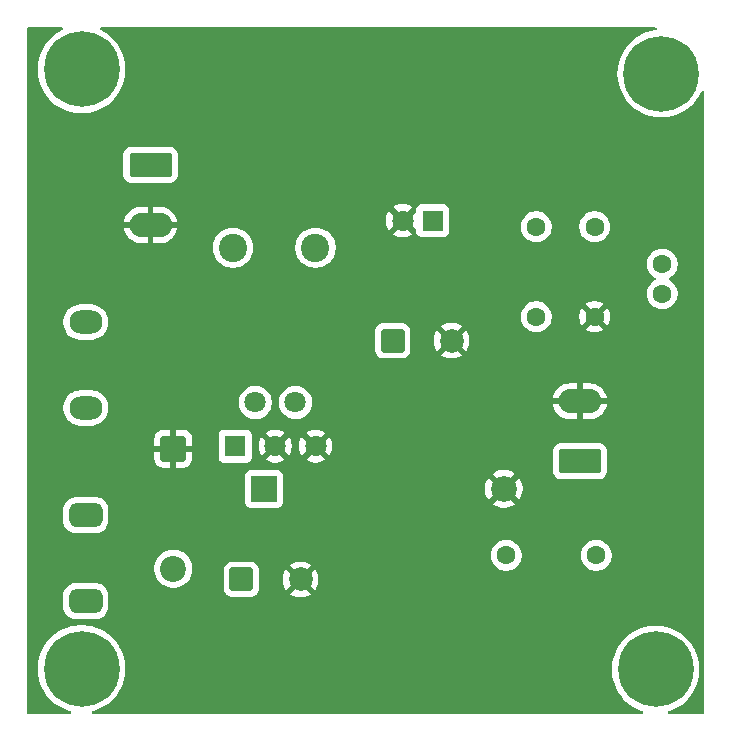
<source format=gbr>
%TF.GenerationSoftware,KiCad,Pcbnew,9.0.4*%
%TF.CreationDate,2025-10-25T17:12:59+05:30*%
%TF.ProjectId,Buck,4275636b-2e6b-4696-9361-645f70636258,rev?*%
%TF.SameCoordinates,Original*%
%TF.FileFunction,Copper,L2,Bot*%
%TF.FilePolarity,Positive*%
%FSLAX46Y46*%
G04 Gerber Fmt 4.6, Leading zero omitted, Abs format (unit mm)*
G04 Created by KiCad (PCBNEW 9.0.4) date 2025-10-25 17:12:59*
%MOMM*%
%LPD*%
G01*
G04 APERTURE LIST*
G04 Aperture macros list*
%AMRoundRect*
0 Rectangle with rounded corners*
0 $1 Rounding radius*
0 $2 $3 $4 $5 $6 $7 $8 $9 X,Y pos of 4 corners*
0 Add a 4 corners polygon primitive as box body*
4,1,4,$2,$3,$4,$5,$6,$7,$8,$9,$2,$3,0*
0 Add four circle primitives for the rounded corners*
1,1,$1+$1,$2,$3*
1,1,$1+$1,$4,$5*
1,1,$1+$1,$6,$7*
1,1,$1+$1,$8,$9*
0 Add four rect primitives between the rounded corners*
20,1,$1+$1,$2,$3,$4,$5,0*
20,1,$1+$1,$4,$5,$6,$7,0*
20,1,$1+$1,$6,$7,$8,$9,0*
20,1,$1+$1,$8,$9,$2,$3,0*%
G04 Aperture macros list end*
%TA.AperFunction,ComponentPad*%
%ADD10RoundRect,0.250000X-0.750000X-0.750000X0.750000X-0.750000X0.750000X0.750000X-0.750000X0.750000X0*%
%TD*%
%TA.AperFunction,ComponentPad*%
%ADD11C,2.000000*%
%TD*%
%TA.AperFunction,ComponentPad*%
%ADD12R,2.184400X2.184400*%
%TD*%
%TA.AperFunction,ComponentPad*%
%ADD13C,2.184400*%
%TD*%
%TA.AperFunction,ComponentPad*%
%ADD14RoundRect,0.249999X-0.850001X0.850001X-0.850001X-0.850001X0.850001X-0.850001X0.850001X0.850001X0*%
%TD*%
%TA.AperFunction,ComponentPad*%
%ADD15C,2.200000*%
%TD*%
%TA.AperFunction,ComponentPad*%
%ADD16R,1.800000X1.800000*%
%TD*%
%TA.AperFunction,ComponentPad*%
%ADD17C,1.800000*%
%TD*%
%TA.AperFunction,ComponentPad*%
%ADD18RoundRect,0.249999X-1.550001X0.790001X-1.550001X-0.790001X1.550001X-0.790001X1.550001X0.790001X0*%
%TD*%
%TA.AperFunction,ComponentPad*%
%ADD19O,3.600000X2.080000*%
%TD*%
%TA.AperFunction,ComponentPad*%
%ADD20RoundRect,0.249999X1.550001X-0.790001X1.550001X0.790001X-1.550001X0.790001X-1.550001X-0.790001X0*%
%TD*%
%TA.AperFunction,ComponentPad*%
%ADD21C,1.600000*%
%TD*%
%TA.AperFunction,ComponentPad*%
%ADD22C,2.400000*%
%TD*%
%TA.AperFunction,ComponentPad*%
%ADD23C,6.400000*%
%TD*%
%TA.AperFunction,ComponentPad*%
%ADD24RoundRect,0.500000X0.900000X-0.500000X0.900000X0.500000X-0.900000X0.500000X-0.900000X-0.500000X0*%
%TD*%
%TA.AperFunction,ComponentPad*%
%ADD25O,2.800000X2.000000*%
%TD*%
G04 APERTURE END LIST*
D10*
%TO.P,C1,1*%
%TO.N,Net-(D1-A)*%
X166043600Y-97332800D03*
D11*
%TO.P,C1,2*%
%TO.N,GND*%
X171043600Y-97332800D03*
%TD*%
D10*
%TO.P,C3,1*%
%TO.N,Net-(D2-K)*%
X178835923Y-77114400D03*
D11*
%TO.P,C3,2*%
%TO.N,GND*%
X183835923Y-77114400D03*
%TD*%
D12*
%TO.P,CR1,1*%
%TO.N,Net-(U1-OUT)*%
X167932100Y-89662000D03*
D13*
%TO.P,CR1,2*%
%TO.N,GND*%
X188252100Y-89662000D03*
%TD*%
D14*
%TO.P,D1,1,K*%
%TO.N,GND*%
X160274000Y-86258400D03*
D15*
%TO.P,D1,2,A*%
%TO.N,Net-(D1-A)*%
X160274000Y-96418400D03*
%TD*%
D16*
%TO.P,D2,1,K*%
%TO.N,Net-(D2-K)*%
X182224600Y-66954400D03*
D17*
%TO.P,D2,2,A*%
%TO.N,GND*%
X179684600Y-66954400D03*
%TD*%
D18*
%TO.P,J1,1,Pin_1*%
%TO.N,Net-(J1-Pin_1)*%
X158343600Y-62230000D03*
D19*
%TO.P,J1,2,Pin_2*%
%TO.N,GND*%
X158343600Y-67310000D03*
%TD*%
D20*
%TO.P,J2,1,Pin_1*%
%TO.N,Net-(D2-K)*%
X194698100Y-87330200D03*
D19*
%TO.P,J2,2,Pin_2*%
%TO.N,GND*%
X194698100Y-82250200D03*
%TD*%
D21*
%TO.P,R1,1*%
%TO.N,GND*%
X195935600Y-75082400D03*
%TO.P,R1,2*%
%TO.N,Net-(U1-FB)*%
X195935600Y-67462400D03*
%TD*%
D16*
%TO.P,U1,1,VIN*%
%TO.N,Net-(D1-A)*%
X165512000Y-86046800D03*
D17*
%TO.P,U1,2,OUT*%
%TO.N,Net-(U1-OUT)*%
X167212000Y-82346800D03*
%TO.P,U1,3,GND*%
%TO.N,GND*%
X168912000Y-86046800D03*
%TO.P,U1,4,FB*%
%TO.N,Net-(U1-FB)*%
X170612000Y-82346800D03*
%TO.P,U1,5,~{ON}/OFF*%
%TO.N,GND*%
X172312000Y-86046800D03*
%TD*%
D22*
%TO.P,L1,1*%
%TO.N,Net-(U1-OUT)*%
X165308400Y-69240400D03*
%TO.P,L1,2*%
%TO.N,Net-(D2-K)*%
X172308400Y-69240400D03*
%TD*%
D23*
%TO.P,REF\u002A\u002A,1*%
%TO.N,N/C*%
X152501600Y-104902000D03*
%TD*%
%TO.P,REF\u002A\u002A,1*%
%TO.N,N/C*%
X201574400Y-54508400D03*
%TD*%
D21*
%TO.P,R3,1*%
%TO.N,Net-(D2-K)*%
X196088000Y-95300800D03*
%TO.P,R3,2*%
X188468000Y-95300800D03*
%TD*%
D23*
%TO.P,REF\u002A\u002A,1*%
%TO.N,N/C*%
X152501600Y-54152800D03*
%TD*%
%TO.P,REF\u002A\u002A,1*%
%TO.N,N/C*%
X201117200Y-104952800D03*
%TD*%
D21*
%TO.P,C2,1*%
%TO.N,Net-(U1-FB)*%
X201676000Y-70632000D03*
%TO.P,C2,2*%
%TO.N,Net-(D2-K)*%
X201676000Y-73132000D03*
%TD*%
D24*
%TO.P,F1,1*%
%TO.N,Net-(J1-Pin_1)*%
X152857200Y-99161600D03*
X152857200Y-91891600D03*
D25*
%TO.P,F1,2*%
%TO.N,Net-(D1-A)*%
X152857200Y-82811600D03*
X152857200Y-75541600D03*
%TD*%
D21*
%TO.P,R2,1*%
%TO.N,Net-(U1-FB)*%
X191008000Y-67462400D03*
%TO.P,R2,2*%
%TO.N,Net-(D2-K)*%
X191008000Y-75082400D03*
%TD*%
%TA.AperFunction,Conductor*%
%TO.N,GND*%
G36*
X150890366Y-50608985D02*
G01*
X150936121Y-50661789D01*
X150946065Y-50730947D01*
X150917040Y-50794503D01*
X150881780Y-50822658D01*
X150596879Y-50974940D01*
X150596861Y-50974951D01*
X150294564Y-51176940D01*
X150294550Y-51176950D01*
X150013493Y-51407607D01*
X149756407Y-51664693D01*
X149525750Y-51945750D01*
X149525740Y-51945764D01*
X149323751Y-52248061D01*
X149323740Y-52248079D01*
X149152356Y-52568716D01*
X149152354Y-52568721D01*
X149013214Y-52904634D01*
X148907667Y-53252576D01*
X148907664Y-53252587D01*
X148836737Y-53609169D01*
X148826750Y-53710574D01*
X148801715Y-53964769D01*
X148801100Y-53971009D01*
X148801100Y-54334590D01*
X148836737Y-54696430D01*
X148907664Y-55053012D01*
X148907667Y-55053023D01*
X149013214Y-55400965D01*
X149152354Y-55736878D01*
X149152356Y-55736883D01*
X149323740Y-56057520D01*
X149323751Y-56057538D01*
X149525740Y-56359835D01*
X149525750Y-56359849D01*
X149756407Y-56640906D01*
X150013493Y-56897992D01*
X150013498Y-56897996D01*
X150013499Y-56897997D01*
X150294556Y-57128654D01*
X150596868Y-57330653D01*
X150596877Y-57330658D01*
X150596879Y-57330659D01*
X150917516Y-57502043D01*
X150917518Y-57502043D01*
X150917524Y-57502047D01*
X151253436Y-57641186D01*
X151601367Y-57746730D01*
X151601373Y-57746731D01*
X151601376Y-57746732D01*
X151601387Y-57746735D01*
X151957969Y-57817662D01*
X152319806Y-57853300D01*
X152319809Y-57853300D01*
X152683391Y-57853300D01*
X152683394Y-57853300D01*
X153045231Y-57817662D01*
X153114645Y-57803854D01*
X153401812Y-57746735D01*
X153401823Y-57746732D01*
X153401823Y-57746731D01*
X153401833Y-57746730D01*
X153749764Y-57641186D01*
X154085676Y-57502047D01*
X154406332Y-57330653D01*
X154708644Y-57128654D01*
X154989701Y-56897997D01*
X155246797Y-56640901D01*
X155477454Y-56359844D01*
X155679453Y-56057532D01*
X155850847Y-55736876D01*
X155989986Y-55400964D01*
X156095530Y-55053033D01*
X156095532Y-55053023D01*
X156095535Y-55053012D01*
X156166462Y-54696430D01*
X156202100Y-54334590D01*
X156202100Y-53971009D01*
X156201485Y-53964769D01*
X156166462Y-53609169D01*
X156166263Y-53608167D01*
X156095535Y-53252587D01*
X156095532Y-53252576D01*
X156095531Y-53252573D01*
X156095530Y-53252567D01*
X155989986Y-52904636D01*
X155850847Y-52568724D01*
X155679453Y-52248068D01*
X155477454Y-51945756D01*
X155246797Y-51664699D01*
X155246796Y-51664698D01*
X155246792Y-51664693D01*
X154989706Y-51407607D01*
X154708649Y-51176950D01*
X154708648Y-51176949D01*
X154708644Y-51176946D01*
X154406332Y-50974947D01*
X154406327Y-50974944D01*
X154406320Y-50974940D01*
X154121420Y-50822658D01*
X154071575Y-50773696D01*
X154056115Y-50705558D01*
X154079947Y-50639878D01*
X154135504Y-50597510D01*
X154179873Y-50589300D01*
X201088010Y-50589300D01*
X201155049Y-50608985D01*
X201200804Y-50661789D01*
X201210748Y-50730947D01*
X201181723Y-50794503D01*
X201122945Y-50832277D01*
X201100164Y-50836703D01*
X201030769Y-50843537D01*
X200674187Y-50914464D01*
X200674176Y-50914467D01*
X200326234Y-51020014D01*
X199990321Y-51159154D01*
X199990316Y-51159156D01*
X199669679Y-51330540D01*
X199669661Y-51330551D01*
X199367364Y-51532540D01*
X199367350Y-51532550D01*
X199086293Y-51763207D01*
X198829207Y-52020293D01*
X198598550Y-52301350D01*
X198598540Y-52301364D01*
X198396551Y-52603661D01*
X198396540Y-52603679D01*
X198225156Y-52924316D01*
X198225154Y-52924321D01*
X198086014Y-53260234D01*
X197980467Y-53608176D01*
X197980464Y-53608187D01*
X197909537Y-53964769D01*
X197882028Y-54244079D01*
X197873900Y-54326606D01*
X197873900Y-54690194D01*
X197884737Y-54800229D01*
X197909537Y-55052030D01*
X197980464Y-55408612D01*
X197980467Y-55408623D01*
X198086014Y-55756565D01*
X198225154Y-56092478D01*
X198225156Y-56092483D01*
X198396540Y-56413120D01*
X198396551Y-56413138D01*
X198598540Y-56715435D01*
X198598550Y-56715449D01*
X198829207Y-56996506D01*
X199086293Y-57253592D01*
X199086298Y-57253596D01*
X199086299Y-57253597D01*
X199367356Y-57484254D01*
X199669668Y-57686253D01*
X199669677Y-57686258D01*
X199669679Y-57686259D01*
X199990316Y-57857643D01*
X199990318Y-57857643D01*
X199990324Y-57857647D01*
X200326236Y-57996786D01*
X200674167Y-58102330D01*
X200674173Y-58102331D01*
X200674176Y-58102332D01*
X200674187Y-58102335D01*
X201030769Y-58173262D01*
X201392606Y-58208900D01*
X201392609Y-58208900D01*
X201756191Y-58208900D01*
X201756194Y-58208900D01*
X202118031Y-58173262D01*
X202187445Y-58159454D01*
X202474612Y-58102335D01*
X202474623Y-58102332D01*
X202474623Y-58102331D01*
X202474633Y-58102330D01*
X202822564Y-57996786D01*
X203158476Y-57857647D01*
X203479132Y-57686253D01*
X203781444Y-57484254D01*
X204062501Y-57253597D01*
X204319597Y-56996501D01*
X204550254Y-56715444D01*
X204752253Y-56413132D01*
X204923647Y-56092476D01*
X204950139Y-56028517D01*
X204993979Y-55974114D01*
X205060273Y-55952049D01*
X205127973Y-55969328D01*
X205175584Y-56020465D01*
X205188700Y-56075970D01*
X205188700Y-108595500D01*
X205169015Y-108662539D01*
X205116211Y-108708294D01*
X205064700Y-108719500D01*
X202283826Y-108719500D01*
X202216787Y-108699815D01*
X202171032Y-108647011D01*
X202161088Y-108577853D01*
X202190113Y-108514297D01*
X202247830Y-108476839D01*
X202365364Y-108441186D01*
X202701276Y-108302047D01*
X203021932Y-108130653D01*
X203324244Y-107928654D01*
X203605301Y-107697997D01*
X203862397Y-107440901D01*
X204093054Y-107159844D01*
X204295053Y-106857532D01*
X204466447Y-106536876D01*
X204605586Y-106200964D01*
X204711130Y-105853033D01*
X204711132Y-105853023D01*
X204711135Y-105853012D01*
X204782062Y-105496430D01*
X204817700Y-105134590D01*
X204817700Y-104771009D01*
X204812696Y-104720206D01*
X204782062Y-104409169D01*
X204771957Y-104358369D01*
X204711135Y-104052587D01*
X204711132Y-104052576D01*
X204711131Y-104052573D01*
X204711130Y-104052567D01*
X204605586Y-103704636D01*
X204466447Y-103368724D01*
X204439292Y-103317921D01*
X204295059Y-103048079D01*
X204295058Y-103048077D01*
X204295053Y-103048068D01*
X204093054Y-102745756D01*
X203862397Y-102464699D01*
X203862396Y-102464698D01*
X203862392Y-102464693D01*
X203605306Y-102207607D01*
X203324249Y-101976950D01*
X203324248Y-101976949D01*
X203324244Y-101976946D01*
X203021932Y-101774947D01*
X203021927Y-101774944D01*
X203021920Y-101774940D01*
X202701283Y-101603556D01*
X202701278Y-101603554D01*
X202365365Y-101464414D01*
X202017423Y-101358867D01*
X202017412Y-101358864D01*
X201660830Y-101287937D01*
X201388311Y-101261096D01*
X201298994Y-101252300D01*
X200935406Y-101252300D01*
X200852879Y-101260428D01*
X200573569Y-101287937D01*
X200216987Y-101358864D01*
X200216976Y-101358867D01*
X199869034Y-101464414D01*
X199533121Y-101603554D01*
X199533116Y-101603556D01*
X199212479Y-101774940D01*
X199212461Y-101774951D01*
X198910164Y-101976940D01*
X198910150Y-101976950D01*
X198629093Y-102207607D01*
X198372007Y-102464693D01*
X198141350Y-102745750D01*
X198141340Y-102745764D01*
X197939351Y-103048061D01*
X197939340Y-103048079D01*
X197767956Y-103368716D01*
X197767954Y-103368721D01*
X197628814Y-103704634D01*
X197523267Y-104052576D01*
X197523264Y-104052587D01*
X197452337Y-104409169D01*
X197424828Y-104688479D01*
X197421704Y-104720206D01*
X197416700Y-104771009D01*
X197416700Y-105134590D01*
X197452337Y-105496430D01*
X197523264Y-105853012D01*
X197523267Y-105853023D01*
X197628814Y-106200965D01*
X197767954Y-106536878D01*
X197767956Y-106536883D01*
X197939340Y-106857520D01*
X197939351Y-106857538D01*
X198141340Y-107159835D01*
X198141350Y-107159849D01*
X198372007Y-107440906D01*
X198629093Y-107697992D01*
X198629098Y-107697996D01*
X198629099Y-107697997D01*
X198910156Y-107928654D01*
X199212468Y-108130653D01*
X199212477Y-108130658D01*
X199212479Y-108130659D01*
X199533116Y-108302043D01*
X199533118Y-108302043D01*
X199533124Y-108302047D01*
X199869036Y-108441186D01*
X199986569Y-108476839D01*
X200045008Y-108515137D01*
X200073464Y-108578949D01*
X200062904Y-108648016D01*
X200016680Y-108700410D01*
X199950574Y-108719500D01*
X153500760Y-108719500D01*
X153433721Y-108699815D01*
X153387966Y-108647011D01*
X153378022Y-108577853D01*
X153407047Y-108514297D01*
X153464762Y-108476840D01*
X153749764Y-108390386D01*
X154085676Y-108251247D01*
X154406332Y-108079853D01*
X154708644Y-107877854D01*
X154989701Y-107647197D01*
X155246797Y-107390101D01*
X155477454Y-107109044D01*
X155679453Y-106806732D01*
X155850847Y-106486076D01*
X155989986Y-106150164D01*
X156095530Y-105802233D01*
X156095532Y-105802223D01*
X156095535Y-105802212D01*
X156156357Y-105496431D01*
X156166462Y-105445631D01*
X156202100Y-105083794D01*
X156202100Y-104720206D01*
X156166462Y-104358369D01*
X156095535Y-104001787D01*
X156095532Y-104001776D01*
X156095531Y-104001773D01*
X156095530Y-104001767D01*
X155989986Y-103653836D01*
X155850847Y-103317924D01*
X155706602Y-103048061D01*
X155679459Y-102997279D01*
X155679458Y-102997277D01*
X155679453Y-102997268D01*
X155477454Y-102694956D01*
X155246797Y-102413899D01*
X155246796Y-102413898D01*
X155246792Y-102413893D01*
X154989706Y-102156807D01*
X154708649Y-101926150D01*
X154708648Y-101926149D01*
X154708644Y-101926146D01*
X154406332Y-101724147D01*
X154406327Y-101724144D01*
X154406320Y-101724140D01*
X154085683Y-101552756D01*
X154085678Y-101552754D01*
X153749765Y-101413614D01*
X153401823Y-101308067D01*
X153401812Y-101308064D01*
X153045230Y-101237137D01*
X152772711Y-101210296D01*
X152683394Y-101201500D01*
X152319806Y-101201500D01*
X152237279Y-101209628D01*
X151957969Y-101237137D01*
X151601387Y-101308064D01*
X151601376Y-101308067D01*
X151253434Y-101413614D01*
X150917521Y-101552754D01*
X150917516Y-101552756D01*
X150596879Y-101724140D01*
X150596861Y-101724151D01*
X150294564Y-101926140D01*
X150294550Y-101926150D01*
X150013493Y-102156807D01*
X149756407Y-102413893D01*
X149525750Y-102694950D01*
X149525740Y-102694964D01*
X149323751Y-102997261D01*
X149323740Y-102997279D01*
X149152356Y-103317916D01*
X149152354Y-103317921D01*
X149013214Y-103653834D01*
X148907667Y-104001776D01*
X148907664Y-104001787D01*
X148836737Y-104358369D01*
X148809228Y-104637679D01*
X148801100Y-104720206D01*
X148801100Y-105083794D01*
X148811937Y-105193829D01*
X148836737Y-105445630D01*
X148907664Y-105802212D01*
X148907667Y-105802223D01*
X149013214Y-106150165D01*
X149152354Y-106486078D01*
X149152356Y-106486083D01*
X149323740Y-106806720D01*
X149323751Y-106806738D01*
X149525740Y-107109035D01*
X149525750Y-107109049D01*
X149756407Y-107390106D01*
X150013493Y-107647192D01*
X150013498Y-107647196D01*
X150013499Y-107647197D01*
X150294556Y-107877854D01*
X150596868Y-108079853D01*
X150596877Y-108079858D01*
X150596879Y-108079859D01*
X150917516Y-108251243D01*
X150917518Y-108251243D01*
X150917524Y-108251247D01*
X151253436Y-108390386D01*
X151538437Y-108476840D01*
X151596874Y-108515137D01*
X151625330Y-108578949D01*
X151614770Y-108648016D01*
X151568546Y-108700410D01*
X151502440Y-108719500D01*
X147995300Y-108719500D01*
X147928261Y-108699815D01*
X147882506Y-108647011D01*
X147871300Y-108595500D01*
X147871300Y-98603566D01*
X150956700Y-98603566D01*
X150956700Y-99719628D01*
X150956701Y-99719634D01*
X150967313Y-99839015D01*
X151023289Y-100034645D01*
X151023290Y-100034648D01*
X151023291Y-100034649D01*
X151117502Y-100215007D01*
X151117504Y-100215009D01*
X151246090Y-100372709D01*
X151340003Y-100449284D01*
X151403793Y-100501298D01*
X151584151Y-100595509D01*
X151779782Y-100651486D01*
X151899163Y-100662100D01*
X153815236Y-100662099D01*
X153934618Y-100651486D01*
X154130249Y-100595509D01*
X154310607Y-100501298D01*
X154468309Y-100372709D01*
X154596898Y-100215007D01*
X154691109Y-100034649D01*
X154747086Y-99839018D01*
X154757700Y-99719637D01*
X154757699Y-98603564D01*
X154747086Y-98484182D01*
X154691109Y-98288551D01*
X154596898Y-98108193D01*
X154491954Y-97979489D01*
X154468309Y-97950490D01*
X154310609Y-97821904D01*
X154310610Y-97821904D01*
X154310607Y-97821902D01*
X154130249Y-97727691D01*
X154130248Y-97727690D01*
X154130245Y-97727689D01*
X154013029Y-97694150D01*
X153934618Y-97671714D01*
X153934615Y-97671713D01*
X153934613Y-97671713D01*
X153868302Y-97665817D01*
X153815237Y-97661100D01*
X153815232Y-97661100D01*
X151899171Y-97661100D01*
X151899165Y-97661100D01*
X151899164Y-97661101D01*
X151887516Y-97662136D01*
X151779784Y-97671713D01*
X151584154Y-97727689D01*
X151493972Y-97774796D01*
X151403793Y-97821902D01*
X151403791Y-97821903D01*
X151403790Y-97821904D01*
X151246090Y-97950490D01*
X151117504Y-98108190D01*
X151117502Y-98108193D01*
X151104644Y-98132809D01*
X151023289Y-98288554D01*
X150967314Y-98484183D01*
X150967313Y-98484186D01*
X150956700Y-98603566D01*
X147871300Y-98603566D01*
X147871300Y-96292438D01*
X158673500Y-96292438D01*
X158673500Y-96544361D01*
X158712910Y-96793185D01*
X158790760Y-97032783D01*
X158905132Y-97257248D01*
X159053201Y-97461049D01*
X159053205Y-97461054D01*
X159231345Y-97639194D01*
X159231350Y-97639198D01*
X159409117Y-97768352D01*
X159435155Y-97787270D01*
X159524513Y-97832800D01*
X159659616Y-97901639D01*
X159659618Y-97901639D01*
X159659621Y-97901641D01*
X159899215Y-97979490D01*
X160148038Y-98018900D01*
X160148039Y-98018900D01*
X160399961Y-98018900D01*
X160399962Y-98018900D01*
X160648785Y-97979490D01*
X160888379Y-97901641D01*
X161112845Y-97787270D01*
X161316656Y-97639193D01*
X161494793Y-97461056D01*
X161642870Y-97257245D01*
X161757241Y-97032779D01*
X161835090Y-96793185D01*
X161874500Y-96544362D01*
X161874500Y-96532783D01*
X164543100Y-96532783D01*
X164543100Y-98132801D01*
X164543101Y-98132818D01*
X164553600Y-98235596D01*
X164553601Y-98235599D01*
X164571148Y-98288551D01*
X164608786Y-98402134D01*
X164700888Y-98551456D01*
X164824944Y-98675512D01*
X164974266Y-98767614D01*
X165140803Y-98822799D01*
X165243591Y-98833300D01*
X166843608Y-98833299D01*
X166946397Y-98822799D01*
X167112934Y-98767614D01*
X167262256Y-98675512D01*
X167386312Y-98551456D01*
X167478414Y-98402134D01*
X167533599Y-98235597D01*
X167544100Y-98132809D01*
X167544099Y-97214747D01*
X169543600Y-97214747D01*
X169543600Y-97450852D01*
X169580534Y-97684047D01*
X169653497Y-97908602D01*
X169760687Y-98118974D01*
X169820938Y-98201904D01*
X169820940Y-98201905D01*
X170560637Y-97462208D01*
X170577675Y-97525793D01*
X170643501Y-97639807D01*
X170736593Y-97732899D01*
X170850607Y-97798725D01*
X170914190Y-97815762D01*
X170174493Y-98555458D01*
X170257428Y-98615714D01*
X170467797Y-98722902D01*
X170692352Y-98795865D01*
X170692351Y-98795865D01*
X170925548Y-98832800D01*
X171161652Y-98832800D01*
X171394847Y-98795865D01*
X171619402Y-98722902D01*
X171829763Y-98615718D01*
X171829769Y-98615714D01*
X171912704Y-98555458D01*
X171912705Y-98555458D01*
X171173008Y-97815762D01*
X171236593Y-97798725D01*
X171350607Y-97732899D01*
X171443699Y-97639807D01*
X171509525Y-97525793D01*
X171526562Y-97462209D01*
X172266258Y-98201905D01*
X172266258Y-98201904D01*
X172326514Y-98118969D01*
X172326518Y-98118963D01*
X172433702Y-97908602D01*
X172506665Y-97684047D01*
X172543600Y-97450852D01*
X172543600Y-97214747D01*
X172506665Y-96981552D01*
X172433702Y-96756997D01*
X172326514Y-96546628D01*
X172266258Y-96463694D01*
X172266258Y-96463693D01*
X171526562Y-97203390D01*
X171509525Y-97139807D01*
X171443699Y-97025793D01*
X171350607Y-96932701D01*
X171236593Y-96866875D01*
X171173009Y-96849837D01*
X171912705Y-96110140D01*
X171912704Y-96110138D01*
X171829774Y-96049887D01*
X171619402Y-95942697D01*
X171394847Y-95869734D01*
X171394848Y-95869734D01*
X171161652Y-95832800D01*
X170925548Y-95832800D01*
X170692352Y-95869734D01*
X170467797Y-95942697D01*
X170257430Y-96049884D01*
X170174494Y-96110140D01*
X170914191Y-96849837D01*
X170850607Y-96866875D01*
X170736593Y-96932701D01*
X170643501Y-97025793D01*
X170577675Y-97139807D01*
X170560637Y-97203390D01*
X169820940Y-96463694D01*
X169760684Y-96546630D01*
X169653497Y-96756997D01*
X169580534Y-96981552D01*
X169543600Y-97214747D01*
X167544099Y-97214747D01*
X167544099Y-96532792D01*
X167537040Y-96463693D01*
X167533599Y-96430003D01*
X167533598Y-96430000D01*
X167527993Y-96413084D01*
X167478414Y-96263466D01*
X167386312Y-96114144D01*
X167262256Y-95990088D01*
X167112934Y-95897986D01*
X166946397Y-95842801D01*
X166946395Y-95842800D01*
X166843610Y-95832300D01*
X165243598Y-95832300D01*
X165243581Y-95832301D01*
X165140803Y-95842800D01*
X165140800Y-95842801D01*
X164974268Y-95897985D01*
X164974263Y-95897987D01*
X164824942Y-95990089D01*
X164700889Y-96114142D01*
X164608787Y-96263463D01*
X164608785Y-96263468D01*
X164599077Y-96292766D01*
X164553601Y-96430003D01*
X164553601Y-96430004D01*
X164553600Y-96430004D01*
X164543100Y-96532783D01*
X161874500Y-96532783D01*
X161874500Y-96292438D01*
X161835090Y-96043615D01*
X161757241Y-95804021D01*
X161757239Y-95804018D01*
X161757239Y-95804016D01*
X161715747Y-95722584D01*
X161642870Y-95579555D01*
X161623952Y-95553517D01*
X161494798Y-95375750D01*
X161494794Y-95375745D01*
X161317497Y-95198448D01*
X187167500Y-95198448D01*
X187167500Y-95403151D01*
X187199522Y-95605334D01*
X187262781Y-95800023D01*
X187355715Y-95982413D01*
X187476028Y-96148013D01*
X187620786Y-96292771D01*
X187775749Y-96405356D01*
X187786390Y-96413087D01*
X187885710Y-96463693D01*
X187968776Y-96506018D01*
X187968778Y-96506018D01*
X187968781Y-96506020D01*
X188051143Y-96532781D01*
X188163465Y-96569277D01*
X188264557Y-96585288D01*
X188365648Y-96601300D01*
X188365649Y-96601300D01*
X188570351Y-96601300D01*
X188570352Y-96601300D01*
X188772534Y-96569277D01*
X188967219Y-96506020D01*
X189149610Y-96413087D01*
X189242590Y-96345532D01*
X189315213Y-96292771D01*
X189315215Y-96292768D01*
X189315219Y-96292766D01*
X189459966Y-96148019D01*
X189459968Y-96148015D01*
X189459971Y-96148013D01*
X189531262Y-96049887D01*
X189580287Y-95982410D01*
X189673220Y-95800019D01*
X189736477Y-95605334D01*
X189768500Y-95403152D01*
X189768500Y-95198448D01*
X194787500Y-95198448D01*
X194787500Y-95403151D01*
X194819522Y-95605334D01*
X194882781Y-95800023D01*
X194975715Y-95982413D01*
X195096028Y-96148013D01*
X195240786Y-96292771D01*
X195395749Y-96405356D01*
X195406390Y-96413087D01*
X195505710Y-96463693D01*
X195588776Y-96506018D01*
X195588778Y-96506018D01*
X195588781Y-96506020D01*
X195671143Y-96532781D01*
X195783465Y-96569277D01*
X195884557Y-96585288D01*
X195985648Y-96601300D01*
X195985649Y-96601300D01*
X196190351Y-96601300D01*
X196190352Y-96601300D01*
X196392534Y-96569277D01*
X196587219Y-96506020D01*
X196769610Y-96413087D01*
X196862590Y-96345532D01*
X196935213Y-96292771D01*
X196935215Y-96292768D01*
X196935219Y-96292766D01*
X197079966Y-96148019D01*
X197079968Y-96148015D01*
X197079971Y-96148013D01*
X197151262Y-96049887D01*
X197200287Y-95982410D01*
X197293220Y-95800019D01*
X197356477Y-95605334D01*
X197388500Y-95403152D01*
X197388500Y-95198448D01*
X197356477Y-94996266D01*
X197336622Y-94935160D01*
X197293218Y-94801576D01*
X197259503Y-94735407D01*
X197200287Y-94619190D01*
X197192556Y-94608549D01*
X197079971Y-94453586D01*
X196935213Y-94308828D01*
X196769613Y-94188515D01*
X196769612Y-94188514D01*
X196769610Y-94188513D01*
X196712653Y-94159491D01*
X196587223Y-94095581D01*
X196392534Y-94032322D01*
X196217995Y-94004678D01*
X196190352Y-94000300D01*
X195985648Y-94000300D01*
X195961329Y-94004151D01*
X195783465Y-94032322D01*
X195588776Y-94095581D01*
X195406386Y-94188515D01*
X195240786Y-94308828D01*
X195096028Y-94453586D01*
X194975715Y-94619186D01*
X194882781Y-94801576D01*
X194819522Y-94996265D01*
X194787500Y-95198448D01*
X189768500Y-95198448D01*
X189736477Y-94996266D01*
X189716622Y-94935160D01*
X189673218Y-94801576D01*
X189639503Y-94735407D01*
X189580287Y-94619190D01*
X189572556Y-94608549D01*
X189459971Y-94453586D01*
X189315213Y-94308828D01*
X189149613Y-94188515D01*
X189149612Y-94188514D01*
X189149610Y-94188513D01*
X189092653Y-94159491D01*
X188967223Y-94095581D01*
X188772534Y-94032322D01*
X188597995Y-94004678D01*
X188570352Y-94000300D01*
X188365648Y-94000300D01*
X188341329Y-94004151D01*
X188163465Y-94032322D01*
X187968776Y-94095581D01*
X187786386Y-94188515D01*
X187620786Y-94308828D01*
X187476028Y-94453586D01*
X187355715Y-94619186D01*
X187262781Y-94801576D01*
X187199522Y-94996265D01*
X187167500Y-95198448D01*
X161317497Y-95198448D01*
X161316654Y-95197605D01*
X161316649Y-95197601D01*
X161112848Y-95049532D01*
X161112847Y-95049531D01*
X161112845Y-95049530D01*
X161042747Y-95013813D01*
X160888383Y-94935160D01*
X160648785Y-94857310D01*
X160399962Y-94817900D01*
X160148038Y-94817900D01*
X160023626Y-94837605D01*
X159899214Y-94857310D01*
X159659616Y-94935160D01*
X159435151Y-95049532D01*
X159231350Y-95197601D01*
X159231345Y-95197605D01*
X159053205Y-95375745D01*
X159053201Y-95375750D01*
X158905132Y-95579551D01*
X158790760Y-95804016D01*
X158712910Y-96043614D01*
X158673500Y-96292438D01*
X147871300Y-96292438D01*
X147871300Y-91333566D01*
X150956700Y-91333566D01*
X150956700Y-92449628D01*
X150956701Y-92449634D01*
X150967313Y-92569015D01*
X151023289Y-92764645D01*
X151023290Y-92764648D01*
X151023291Y-92764649D01*
X151117502Y-92945007D01*
X151117504Y-92945009D01*
X151246090Y-93102709D01*
X151340003Y-93179284D01*
X151403793Y-93231298D01*
X151584151Y-93325509D01*
X151779782Y-93381486D01*
X151899163Y-93392100D01*
X153815236Y-93392099D01*
X153934618Y-93381486D01*
X154130249Y-93325509D01*
X154310607Y-93231298D01*
X154468309Y-93102709D01*
X154596898Y-92945007D01*
X154691109Y-92764649D01*
X154747086Y-92569018D01*
X154757700Y-92449637D01*
X154757699Y-91333564D01*
X154747086Y-91214182D01*
X154702212Y-91057356D01*
X154691110Y-91018554D01*
X154691109Y-91018553D01*
X154691109Y-91018551D01*
X154596898Y-90838193D01*
X154544884Y-90774403D01*
X154468309Y-90680490D01*
X154310609Y-90551904D01*
X154310610Y-90551904D01*
X154310607Y-90551902D01*
X154130249Y-90457691D01*
X154130248Y-90457690D01*
X154130245Y-90457689D01*
X154013029Y-90424150D01*
X153934618Y-90401714D01*
X153934615Y-90401713D01*
X153934613Y-90401713D01*
X153868302Y-90395817D01*
X153815237Y-90391100D01*
X153815232Y-90391100D01*
X151899171Y-90391100D01*
X151899165Y-90391100D01*
X151899164Y-90391101D01*
X151887516Y-90392136D01*
X151779784Y-90401713D01*
X151584154Y-90457689D01*
X151493972Y-90504796D01*
X151403793Y-90551902D01*
X151403791Y-90551903D01*
X151403790Y-90551904D01*
X151246090Y-90680490D01*
X151117504Y-90838190D01*
X151117502Y-90838193D01*
X151070396Y-90928372D01*
X151023289Y-91018554D01*
X150996624Y-91111747D01*
X150971946Y-91197996D01*
X150967314Y-91214183D01*
X150967313Y-91214186D01*
X150956700Y-91333566D01*
X147871300Y-91333566D01*
X147871300Y-88521935D01*
X166339400Y-88521935D01*
X166339400Y-90802070D01*
X166339401Y-90802076D01*
X166345808Y-90861683D01*
X166396102Y-90996528D01*
X166396106Y-90996535D01*
X166482352Y-91111744D01*
X166482355Y-91111747D01*
X166597564Y-91197993D01*
X166597571Y-91197997D01*
X166732417Y-91248291D01*
X166732416Y-91248291D01*
X166739344Y-91249035D01*
X166792027Y-91254700D01*
X169072172Y-91254699D01*
X169131783Y-91248291D01*
X169266631Y-91197996D01*
X169381846Y-91111746D01*
X169468096Y-90996531D01*
X169518391Y-90861683D01*
X169524800Y-90802073D01*
X169524799Y-89536691D01*
X186659900Y-89536691D01*
X186659900Y-89787308D01*
X186699106Y-90034842D01*
X186699106Y-90034845D01*
X186776549Y-90273190D01*
X186890329Y-90496494D01*
X186963433Y-90597112D01*
X186963433Y-90597113D01*
X187507016Y-90053530D01*
X187509297Y-90059037D01*
X187601027Y-90196322D01*
X187717778Y-90313073D01*
X187855063Y-90404803D01*
X187860568Y-90407083D01*
X187316985Y-90950665D01*
X187417605Y-91023770D01*
X187640909Y-91137550D01*
X187879256Y-91214993D01*
X188126792Y-91254200D01*
X188377408Y-91254200D01*
X188624942Y-91214993D01*
X188624945Y-91214993D01*
X188863290Y-91137550D01*
X189086586Y-91023774D01*
X189086592Y-91023770D01*
X189187212Y-90950665D01*
X189187213Y-90950665D01*
X188643631Y-90407083D01*
X188649137Y-90404803D01*
X188786422Y-90313073D01*
X188903173Y-90196322D01*
X188994903Y-90059037D01*
X188997183Y-90053531D01*
X189540765Y-90597113D01*
X189540765Y-90597112D01*
X189613870Y-90496492D01*
X189613874Y-90496486D01*
X189727650Y-90273190D01*
X189805093Y-90034845D01*
X189805093Y-90034842D01*
X189844300Y-89787308D01*
X189844300Y-89536691D01*
X189805093Y-89289157D01*
X189805093Y-89289154D01*
X189727650Y-89050809D01*
X189613870Y-88827505D01*
X189540765Y-88726886D01*
X189540765Y-88726885D01*
X188997183Y-89270467D01*
X188994903Y-89264963D01*
X188903173Y-89127678D01*
X188786422Y-89010927D01*
X188649137Y-88919197D01*
X188643629Y-88916915D01*
X189187213Y-88373333D01*
X189086594Y-88300229D01*
X188863290Y-88186449D01*
X188624943Y-88109006D01*
X188377408Y-88069800D01*
X188126792Y-88069800D01*
X187879257Y-88109006D01*
X187879254Y-88109006D01*
X187640909Y-88186449D01*
X187417602Y-88300231D01*
X187316986Y-88373332D01*
X187316985Y-88373333D01*
X187860568Y-88916916D01*
X187855063Y-88919197D01*
X187717778Y-89010927D01*
X187601027Y-89127678D01*
X187509297Y-89264963D01*
X187507016Y-89270468D01*
X186963433Y-88726885D01*
X186963432Y-88726886D01*
X186890331Y-88827502D01*
X186776549Y-89050809D01*
X186699106Y-89289154D01*
X186699106Y-89289157D01*
X186659900Y-89536691D01*
X169524799Y-89536691D01*
X169524799Y-88521928D01*
X169518391Y-88462317D01*
X169468096Y-88327469D01*
X169468095Y-88327468D01*
X169468093Y-88327464D01*
X169381847Y-88212255D01*
X169381844Y-88212252D01*
X169266635Y-88126006D01*
X169266628Y-88126002D01*
X169131782Y-88075708D01*
X169131783Y-88075708D01*
X169072183Y-88069301D01*
X169072181Y-88069300D01*
X169072173Y-88069300D01*
X169072164Y-88069300D01*
X166792029Y-88069300D01*
X166792023Y-88069301D01*
X166732416Y-88075708D01*
X166597571Y-88126002D01*
X166597564Y-88126006D01*
X166482355Y-88212252D01*
X166482352Y-88212255D01*
X166396106Y-88327464D01*
X166396102Y-88327471D01*
X166345808Y-88462317D01*
X166339401Y-88521916D01*
X166339401Y-88521923D01*
X166339400Y-88521935D01*
X147871300Y-88521935D01*
X147871300Y-85358413D01*
X158674000Y-85358413D01*
X158674000Y-86008400D01*
X159783252Y-86008400D01*
X159761482Y-86046108D01*
X159724000Y-86185991D01*
X159724000Y-86330809D01*
X159761482Y-86470692D01*
X159783252Y-86508400D01*
X158674001Y-86508400D01*
X158674001Y-87158386D01*
X158684494Y-87261096D01*
X158684494Y-87261098D01*
X158739640Y-87427519D01*
X158739645Y-87427530D01*
X158831680Y-87576740D01*
X158831683Y-87576744D01*
X158955655Y-87700716D01*
X158955659Y-87700719D01*
X159104869Y-87792754D01*
X159104880Y-87792759D01*
X159271302Y-87847905D01*
X159374019Y-87858399D01*
X160023999Y-87858399D01*
X160024000Y-87858398D01*
X160024000Y-86749147D01*
X160061708Y-86770918D01*
X160201591Y-86808400D01*
X160346409Y-86808400D01*
X160486292Y-86770918D01*
X160524000Y-86749147D01*
X160524000Y-87858399D01*
X161173972Y-87858399D01*
X161173986Y-87858398D01*
X161276696Y-87847905D01*
X161276698Y-87847905D01*
X161443119Y-87792759D01*
X161443130Y-87792754D01*
X161592340Y-87700719D01*
X161592344Y-87700716D01*
X161716316Y-87576744D01*
X161716319Y-87576740D01*
X161808354Y-87427530D01*
X161808359Y-87427519D01*
X161863505Y-87261097D01*
X161873999Y-87158386D01*
X161874000Y-87158373D01*
X161874000Y-86508400D01*
X160764748Y-86508400D01*
X160786518Y-86470692D01*
X160824000Y-86330809D01*
X160824000Y-86185991D01*
X160786518Y-86046108D01*
X160764748Y-86008400D01*
X161873999Y-86008400D01*
X161873999Y-85358428D01*
X161873998Y-85358413D01*
X161863505Y-85255703D01*
X161863505Y-85255700D01*
X161823380Y-85134610D01*
X161811558Y-85098935D01*
X164111500Y-85098935D01*
X164111500Y-86994670D01*
X164111501Y-86994676D01*
X164117908Y-87054283D01*
X164168202Y-87189128D01*
X164168206Y-87189135D01*
X164254452Y-87304344D01*
X164254455Y-87304347D01*
X164369664Y-87390593D01*
X164369671Y-87390597D01*
X164504517Y-87440891D01*
X164504516Y-87440891D01*
X164511444Y-87441635D01*
X164564127Y-87447300D01*
X166459872Y-87447299D01*
X166519483Y-87440891D01*
X166654331Y-87390596D01*
X166769546Y-87304346D01*
X166855796Y-87189131D01*
X166906091Y-87054283D01*
X166912500Y-86994673D01*
X166912499Y-85936618D01*
X167512000Y-85936618D01*
X167512000Y-86156981D01*
X167546473Y-86374635D01*
X167614567Y-86584210D01*
X167714611Y-86780556D01*
X167760932Y-86844313D01*
X168388212Y-86217033D01*
X168399482Y-86259092D01*
X168471890Y-86384508D01*
X168574292Y-86486910D01*
X168699708Y-86559318D01*
X168741765Y-86570587D01*
X168114485Y-87197865D01*
X168114485Y-87197866D01*
X168178243Y-87244188D01*
X168374589Y-87344232D01*
X168584164Y-87412326D01*
X168801819Y-87446800D01*
X169022181Y-87446800D01*
X169239835Y-87412326D01*
X169449410Y-87344232D01*
X169645760Y-87244186D01*
X169709513Y-87197866D01*
X169709514Y-87197866D01*
X169082234Y-86570587D01*
X169124292Y-86559318D01*
X169249708Y-86486910D01*
X169352110Y-86384508D01*
X169424518Y-86259092D01*
X169435787Y-86217035D01*
X170063066Y-86844314D01*
X170063066Y-86844313D01*
X170109386Y-86780560D01*
X170209432Y-86584210D01*
X170277526Y-86374635D01*
X170312000Y-86156981D01*
X170312000Y-85936618D01*
X170912000Y-85936618D01*
X170912000Y-86156981D01*
X170946473Y-86374635D01*
X171014567Y-86584210D01*
X171114611Y-86780556D01*
X171160932Y-86844313D01*
X171788212Y-86217033D01*
X171799482Y-86259092D01*
X171871890Y-86384508D01*
X171974292Y-86486910D01*
X172099708Y-86559318D01*
X172141765Y-86570587D01*
X171514485Y-87197865D01*
X171514485Y-87197866D01*
X171578243Y-87244188D01*
X171774589Y-87344232D01*
X171984164Y-87412326D01*
X172201819Y-87446800D01*
X172422181Y-87446800D01*
X172639835Y-87412326D01*
X172849410Y-87344232D01*
X173045760Y-87244186D01*
X173109513Y-87197866D01*
X173109514Y-87197866D01*
X172482234Y-86570587D01*
X172524292Y-86559318D01*
X172649708Y-86486910D01*
X172752110Y-86384508D01*
X172824518Y-86259092D01*
X172835787Y-86217034D01*
X173463066Y-86844314D01*
X173463066Y-86844313D01*
X173509386Y-86780560D01*
X173609432Y-86584210D01*
X173639984Y-86490182D01*
X192397600Y-86490182D01*
X192397600Y-88170217D01*
X192408100Y-88272996D01*
X192441348Y-88373332D01*
X192463286Y-88439535D01*
X192555388Y-88588856D01*
X192679444Y-88712912D01*
X192828765Y-88805014D01*
X192995302Y-88860199D01*
X193098090Y-88870700D01*
X193098095Y-88870700D01*
X196298105Y-88870700D01*
X196298110Y-88870700D01*
X196400898Y-88860199D01*
X196567435Y-88805014D01*
X196716756Y-88712912D01*
X196840812Y-88588856D01*
X196932914Y-88439535D01*
X196988099Y-88272998D01*
X196998600Y-88170210D01*
X196998600Y-86490190D01*
X196988099Y-86387402D01*
X196932914Y-86220865D01*
X196840812Y-86071544D01*
X196716756Y-85947488D01*
X196567435Y-85855386D01*
X196400898Y-85800201D01*
X196400896Y-85800200D01*
X196298117Y-85789700D01*
X196298110Y-85789700D01*
X193098090Y-85789700D01*
X193098082Y-85789700D01*
X192995303Y-85800200D01*
X192995302Y-85800201D01*
X192940713Y-85818290D01*
X192828767Y-85855385D01*
X192828762Y-85855387D01*
X192679442Y-85947489D01*
X192555389Y-86071542D01*
X192463287Y-86220862D01*
X192463286Y-86220865D01*
X192408101Y-86387402D01*
X192408101Y-86387403D01*
X192408100Y-86387403D01*
X192397600Y-86490182D01*
X173639984Y-86490182D01*
X173653457Y-86448715D01*
X173677526Y-86374635D01*
X173712000Y-86156981D01*
X173712000Y-85936618D01*
X173677526Y-85718964D01*
X173609432Y-85509389D01*
X173509388Y-85313043D01*
X173463066Y-85249285D01*
X173463065Y-85249285D01*
X172835787Y-85876564D01*
X172824518Y-85834508D01*
X172752110Y-85709092D01*
X172649708Y-85606690D01*
X172524292Y-85534282D01*
X172482232Y-85523012D01*
X173109513Y-84895732D01*
X173045756Y-84849411D01*
X172849410Y-84749367D01*
X172639835Y-84681273D01*
X172422181Y-84646800D01*
X172201819Y-84646800D01*
X171984164Y-84681273D01*
X171774589Y-84749367D01*
X171578233Y-84849416D01*
X171514485Y-84895731D01*
X171514485Y-84895732D01*
X172141765Y-85523012D01*
X172099708Y-85534282D01*
X171974292Y-85606690D01*
X171871890Y-85709092D01*
X171799482Y-85834508D01*
X171788212Y-85876565D01*
X171160932Y-85249285D01*
X171160931Y-85249285D01*
X171114616Y-85313033D01*
X171014567Y-85509389D01*
X170946473Y-85718964D01*
X170912000Y-85936618D01*
X170312000Y-85936618D01*
X170277526Y-85718964D01*
X170209432Y-85509389D01*
X170109388Y-85313043D01*
X170063066Y-85249285D01*
X170063065Y-85249285D01*
X169435787Y-85876564D01*
X169424518Y-85834508D01*
X169352110Y-85709092D01*
X169249708Y-85606690D01*
X169124292Y-85534282D01*
X169082232Y-85523012D01*
X169709513Y-84895732D01*
X169645756Y-84849411D01*
X169449410Y-84749367D01*
X169239835Y-84681273D01*
X169022181Y-84646800D01*
X168801819Y-84646800D01*
X168584164Y-84681273D01*
X168374589Y-84749367D01*
X168178233Y-84849416D01*
X168114485Y-84895731D01*
X168114485Y-84895732D01*
X168741765Y-85523012D01*
X168699708Y-85534282D01*
X168574292Y-85606690D01*
X168471890Y-85709092D01*
X168399482Y-85834508D01*
X168388212Y-85876565D01*
X167760932Y-85249285D01*
X167760931Y-85249285D01*
X167714616Y-85313033D01*
X167614567Y-85509389D01*
X167546473Y-85718964D01*
X167512000Y-85936618D01*
X166912499Y-85936618D01*
X166912499Y-85098928D01*
X166906091Y-85039317D01*
X166855796Y-84904469D01*
X166855795Y-84904468D01*
X166855793Y-84904464D01*
X166769547Y-84789255D01*
X166769544Y-84789252D01*
X166654335Y-84703006D01*
X166654328Y-84703002D01*
X166519482Y-84652708D01*
X166519483Y-84652708D01*
X166459883Y-84646301D01*
X166459881Y-84646300D01*
X166459873Y-84646300D01*
X166459864Y-84646300D01*
X164564129Y-84646300D01*
X164564123Y-84646301D01*
X164504516Y-84652708D01*
X164369671Y-84703002D01*
X164369664Y-84703006D01*
X164254455Y-84789252D01*
X164254452Y-84789255D01*
X164168206Y-84904464D01*
X164168202Y-84904471D01*
X164117908Y-85039317D01*
X164112538Y-85089269D01*
X164111501Y-85098923D01*
X164111500Y-85098935D01*
X161811558Y-85098935D01*
X161808359Y-85089280D01*
X161808354Y-85089269D01*
X161716319Y-84940059D01*
X161716316Y-84940055D01*
X161592344Y-84816083D01*
X161592340Y-84816080D01*
X161443130Y-84724045D01*
X161443119Y-84724040D01*
X161276697Y-84668894D01*
X161173986Y-84658400D01*
X160524000Y-84658400D01*
X160524000Y-85767652D01*
X160486292Y-85745882D01*
X160346409Y-85708400D01*
X160201591Y-85708400D01*
X160061708Y-85745882D01*
X160024000Y-85767652D01*
X160024000Y-84658400D01*
X159374028Y-84658400D01*
X159374012Y-84658401D01*
X159271303Y-84668894D01*
X159271301Y-84668894D01*
X159104880Y-84724040D01*
X159104869Y-84724045D01*
X158955659Y-84816080D01*
X158955655Y-84816083D01*
X158831683Y-84940055D01*
X158831680Y-84940059D01*
X158739645Y-85089269D01*
X158739640Y-85089280D01*
X158684494Y-85255702D01*
X158674000Y-85358413D01*
X147871300Y-85358413D01*
X147871300Y-82693502D01*
X150956700Y-82693502D01*
X150956700Y-82929697D01*
X150993646Y-83162968D01*
X151066633Y-83387596D01*
X151146639Y-83544615D01*
X151173857Y-83598033D01*
X151312683Y-83789110D01*
X151479690Y-83956117D01*
X151670767Y-84094943D01*
X151770191Y-84145602D01*
X151881203Y-84202166D01*
X151881205Y-84202166D01*
X151881208Y-84202168D01*
X152001612Y-84241289D01*
X152105831Y-84275153D01*
X152339103Y-84312100D01*
X152339108Y-84312100D01*
X153375297Y-84312100D01*
X153608568Y-84275153D01*
X153833192Y-84202168D01*
X154043633Y-84094943D01*
X154234710Y-83956117D01*
X154401717Y-83789110D01*
X154540543Y-83598033D01*
X154647768Y-83387592D01*
X154720753Y-83162968D01*
X154733764Y-83080822D01*
X154757700Y-82929697D01*
X154757700Y-82693502D01*
X154720753Y-82460231D01*
X154702864Y-82405178D01*
X154648083Y-82236578D01*
X165811500Y-82236578D01*
X165811500Y-82457022D01*
X165818339Y-82500200D01*
X165845985Y-82674752D01*
X165914103Y-82884403D01*
X165914104Y-82884406D01*
X166014187Y-83080825D01*
X166143752Y-83259158D01*
X166143756Y-83259163D01*
X166299636Y-83415043D01*
X166299641Y-83415047D01*
X166455192Y-83528060D01*
X166477978Y-83544615D01*
X166582816Y-83598033D01*
X166674393Y-83644695D01*
X166674396Y-83644696D01*
X166774965Y-83677372D01*
X166884049Y-83712815D01*
X167101778Y-83747300D01*
X167101779Y-83747300D01*
X167322221Y-83747300D01*
X167322222Y-83747300D01*
X167539951Y-83712815D01*
X167749606Y-83644695D01*
X167946022Y-83544615D01*
X168124365Y-83415042D01*
X168280242Y-83259165D01*
X168409815Y-83080822D01*
X168509895Y-82884406D01*
X168578015Y-82674751D01*
X168612500Y-82457022D01*
X168612500Y-82236578D01*
X169211500Y-82236578D01*
X169211500Y-82457022D01*
X169218339Y-82500200D01*
X169245985Y-82674752D01*
X169314103Y-82884403D01*
X169314104Y-82884406D01*
X169414187Y-83080825D01*
X169543752Y-83259158D01*
X169543756Y-83259163D01*
X169699636Y-83415043D01*
X169699641Y-83415047D01*
X169855192Y-83528060D01*
X169877978Y-83544615D01*
X169982816Y-83598033D01*
X170074393Y-83644695D01*
X170074396Y-83644696D01*
X170174965Y-83677372D01*
X170284049Y-83712815D01*
X170501778Y-83747300D01*
X170501779Y-83747300D01*
X170722221Y-83747300D01*
X170722222Y-83747300D01*
X170939951Y-83712815D01*
X171149606Y-83644695D01*
X171346022Y-83544615D01*
X171524365Y-83415042D01*
X171680242Y-83259165D01*
X171809815Y-83080822D01*
X171909895Y-82884406D01*
X171978015Y-82674751D01*
X172012500Y-82457022D01*
X172012500Y-82236578D01*
X171978015Y-82018849D01*
X171971956Y-82000200D01*
X192418500Y-82000200D01*
X194043979Y-82000200D01*
X194025001Y-82046018D01*
X193998100Y-82181256D01*
X193998100Y-82319144D01*
X194025001Y-82454382D01*
X194043979Y-82500200D01*
X192418500Y-82500200D01*
X192436019Y-82610818D01*
X192510927Y-82841359D01*
X192620974Y-83057336D01*
X192763456Y-83253445D01*
X192934854Y-83424843D01*
X193130963Y-83567325D01*
X193346940Y-83677372D01*
X193577481Y-83752279D01*
X193816900Y-83790200D01*
X194448100Y-83790200D01*
X194448100Y-82904320D01*
X194493918Y-82923299D01*
X194629156Y-82950200D01*
X194767044Y-82950200D01*
X194902282Y-82923299D01*
X194948100Y-82904320D01*
X194948100Y-83790200D01*
X195579300Y-83790200D01*
X195818718Y-83752279D01*
X196049259Y-83677372D01*
X196265236Y-83567325D01*
X196461345Y-83424843D01*
X196632743Y-83253445D01*
X196775225Y-83057336D01*
X196885272Y-82841359D01*
X196960180Y-82610818D01*
X196977700Y-82500200D01*
X195352221Y-82500200D01*
X195371199Y-82454382D01*
X195398100Y-82319144D01*
X195398100Y-82181256D01*
X195371199Y-82046018D01*
X195352221Y-82000200D01*
X196977700Y-82000200D01*
X196960180Y-81889581D01*
X196885272Y-81659040D01*
X196775225Y-81443063D01*
X196632743Y-81246954D01*
X196461345Y-81075556D01*
X196265236Y-80933074D01*
X196049259Y-80823027D01*
X195818718Y-80748120D01*
X195579300Y-80710200D01*
X194948100Y-80710200D01*
X194948100Y-81596079D01*
X194902282Y-81577101D01*
X194767044Y-81550200D01*
X194629156Y-81550200D01*
X194493918Y-81577101D01*
X194448100Y-81596079D01*
X194448100Y-80710200D01*
X193816900Y-80710200D01*
X193577481Y-80748120D01*
X193346940Y-80823027D01*
X193130963Y-80933074D01*
X192934854Y-81075556D01*
X192763456Y-81246954D01*
X192620974Y-81443063D01*
X192510927Y-81659040D01*
X192436019Y-81889581D01*
X192418500Y-82000200D01*
X171971956Y-82000200D01*
X171917984Y-81834090D01*
X171909896Y-81809196D01*
X171909895Y-81809193D01*
X171837485Y-81667083D01*
X171809815Y-81612778D01*
X171764350Y-81550200D01*
X171680247Y-81434441D01*
X171680243Y-81434436D01*
X171524363Y-81278556D01*
X171524358Y-81278552D01*
X171346025Y-81148987D01*
X171346024Y-81148986D01*
X171346022Y-81148985D01*
X171283096Y-81116922D01*
X171149606Y-81048904D01*
X171149603Y-81048903D01*
X170939952Y-80980785D01*
X170831086Y-80963542D01*
X170722222Y-80946300D01*
X170501778Y-80946300D01*
X170429201Y-80957795D01*
X170284047Y-80980785D01*
X170074396Y-81048903D01*
X170074393Y-81048904D01*
X169877974Y-81148987D01*
X169699641Y-81278552D01*
X169699636Y-81278556D01*
X169543756Y-81434436D01*
X169543752Y-81434441D01*
X169414187Y-81612774D01*
X169314104Y-81809193D01*
X169314103Y-81809196D01*
X169245985Y-82018847D01*
X169245985Y-82018849D01*
X169211500Y-82236578D01*
X168612500Y-82236578D01*
X168578015Y-82018849D01*
X168517984Y-81834090D01*
X168509896Y-81809196D01*
X168509895Y-81809193D01*
X168437485Y-81667083D01*
X168409815Y-81612778D01*
X168364350Y-81550200D01*
X168280247Y-81434441D01*
X168280243Y-81434436D01*
X168124363Y-81278556D01*
X168124358Y-81278552D01*
X167946025Y-81148987D01*
X167946024Y-81148986D01*
X167946022Y-81148985D01*
X167883096Y-81116922D01*
X167749606Y-81048904D01*
X167749603Y-81048903D01*
X167539952Y-80980785D01*
X167431086Y-80963542D01*
X167322222Y-80946300D01*
X167101778Y-80946300D01*
X167029201Y-80957795D01*
X166884047Y-80980785D01*
X166674396Y-81048903D01*
X166674393Y-81048904D01*
X166477974Y-81148987D01*
X166299641Y-81278552D01*
X166299636Y-81278556D01*
X166143756Y-81434436D01*
X166143752Y-81434441D01*
X166014187Y-81612774D01*
X165914104Y-81809193D01*
X165914103Y-81809196D01*
X165845985Y-82018847D01*
X165845985Y-82018849D01*
X165811500Y-82236578D01*
X154648083Y-82236578D01*
X154647768Y-82235608D01*
X154540543Y-82025167D01*
X154401717Y-81834090D01*
X154234710Y-81667083D01*
X154043633Y-81528257D01*
X153833196Y-81421033D01*
X153608568Y-81348046D01*
X153375297Y-81311100D01*
X153375292Y-81311100D01*
X152339108Y-81311100D01*
X152339103Y-81311100D01*
X152105831Y-81348046D01*
X151881203Y-81421033D01*
X151670766Y-81528257D01*
X151603539Y-81577101D01*
X151479690Y-81667083D01*
X151479688Y-81667085D01*
X151479687Y-81667085D01*
X151312685Y-81834087D01*
X151312685Y-81834088D01*
X151312683Y-81834090D01*
X151272366Y-81889581D01*
X151173857Y-82025166D01*
X151066633Y-82235603D01*
X150993646Y-82460231D01*
X150956700Y-82693502D01*
X147871300Y-82693502D01*
X147871300Y-75423502D01*
X150956700Y-75423502D01*
X150956700Y-75659697D01*
X150993646Y-75892968D01*
X151066633Y-76117596D01*
X151166910Y-76314398D01*
X151173857Y-76328033D01*
X151312683Y-76519110D01*
X151479690Y-76686117D01*
X151670767Y-76824943D01*
X151770191Y-76875602D01*
X151881203Y-76932166D01*
X151881205Y-76932166D01*
X151881208Y-76932168D01*
X152001612Y-76971289D01*
X152105831Y-77005153D01*
X152339103Y-77042100D01*
X152339108Y-77042100D01*
X153375297Y-77042100D01*
X153608568Y-77005153D01*
X153635670Y-76996347D01*
X153833192Y-76932168D01*
X154043633Y-76824943D01*
X154234710Y-76686117D01*
X154401717Y-76519110D01*
X154540543Y-76328033D01*
X154547498Y-76314383D01*
X177335423Y-76314383D01*
X177335423Y-77914401D01*
X177335424Y-77914418D01*
X177345923Y-78017196D01*
X177345924Y-78017199D01*
X177401108Y-78183731D01*
X177401109Y-78183734D01*
X177493211Y-78333056D01*
X177617267Y-78457112D01*
X177766589Y-78549214D01*
X177933126Y-78604399D01*
X178035914Y-78614900D01*
X179635931Y-78614899D01*
X179738720Y-78604399D01*
X179905257Y-78549214D01*
X180054579Y-78457112D01*
X180178635Y-78333056D01*
X180270737Y-78183734D01*
X180325922Y-78017197D01*
X180336423Y-77914409D01*
X180336422Y-76996347D01*
X182335923Y-76996347D01*
X182335923Y-77232452D01*
X182372857Y-77465647D01*
X182445820Y-77690202D01*
X182553010Y-77900574D01*
X182613261Y-77983504D01*
X182613263Y-77983505D01*
X183352960Y-77243808D01*
X183369998Y-77307393D01*
X183435824Y-77421407D01*
X183528916Y-77514499D01*
X183642930Y-77580325D01*
X183706513Y-77597362D01*
X182966816Y-78337058D01*
X183049751Y-78397314D01*
X183260120Y-78504502D01*
X183484675Y-78577465D01*
X183484674Y-78577465D01*
X183717871Y-78614400D01*
X183953975Y-78614400D01*
X184187170Y-78577465D01*
X184411725Y-78504502D01*
X184622086Y-78397318D01*
X184622092Y-78397314D01*
X184705027Y-78337058D01*
X184705028Y-78337058D01*
X183965331Y-77597362D01*
X184028916Y-77580325D01*
X184142930Y-77514499D01*
X184236022Y-77421407D01*
X184301848Y-77307393D01*
X184318885Y-77243808D01*
X185058581Y-77983505D01*
X185058581Y-77983504D01*
X185118837Y-77900569D01*
X185118841Y-77900563D01*
X185226025Y-77690202D01*
X185298988Y-77465647D01*
X185335923Y-77232452D01*
X185335923Y-76996347D01*
X185298988Y-76763152D01*
X185226025Y-76538597D01*
X185118837Y-76328228D01*
X185058581Y-76245294D01*
X185058581Y-76245293D01*
X184318885Y-76984990D01*
X184301848Y-76921407D01*
X184236022Y-76807393D01*
X184142930Y-76714301D01*
X184028916Y-76648475D01*
X183965332Y-76631437D01*
X184705028Y-75891740D01*
X184705027Y-75891738D01*
X184622097Y-75831487D01*
X184411725Y-75724297D01*
X184187170Y-75651334D01*
X184187171Y-75651334D01*
X183953975Y-75614400D01*
X183717871Y-75614400D01*
X183484675Y-75651334D01*
X183260120Y-75724297D01*
X183049753Y-75831484D01*
X182966817Y-75891740D01*
X183706514Y-76631437D01*
X183642930Y-76648475D01*
X183528916Y-76714301D01*
X183435824Y-76807393D01*
X183369998Y-76921407D01*
X183352960Y-76984991D01*
X182613263Y-76245294D01*
X182553007Y-76328230D01*
X182445820Y-76538597D01*
X182372857Y-76763152D01*
X182335923Y-76996347D01*
X180336422Y-76996347D01*
X180336422Y-76314392D01*
X180329363Y-76245293D01*
X180325922Y-76211603D01*
X180325921Y-76211600D01*
X180294771Y-76117596D01*
X180270737Y-76045066D01*
X180178635Y-75895744D01*
X180054579Y-75771688D01*
X179905257Y-75679586D01*
X179738720Y-75624401D01*
X179738718Y-75624400D01*
X179635933Y-75613900D01*
X178035921Y-75613900D01*
X178035904Y-75613901D01*
X177933126Y-75624400D01*
X177933123Y-75624401D01*
X177766591Y-75679585D01*
X177766586Y-75679587D01*
X177617265Y-75771689D01*
X177493212Y-75895742D01*
X177401110Y-76045063D01*
X177401108Y-76045068D01*
X177391398Y-76074371D01*
X177345924Y-76211603D01*
X177345924Y-76211604D01*
X177345923Y-76211604D01*
X177335423Y-76314383D01*
X154547498Y-76314383D01*
X154647768Y-76117592D01*
X154720753Y-75892968D01*
X154739962Y-75771688D01*
X154757700Y-75659697D01*
X154757700Y-75423502D01*
X154720753Y-75190231D01*
X154663327Y-75013495D01*
X154652470Y-74980082D01*
X154652459Y-74980048D01*
X189707500Y-74980048D01*
X189707500Y-75184751D01*
X189739522Y-75386934D01*
X189802781Y-75581623D01*
X189852696Y-75679585D01*
X189895585Y-75763759D01*
X189895715Y-75764013D01*
X190016028Y-75929613D01*
X190160786Y-76074371D01*
X190281226Y-76161874D01*
X190326390Y-76194687D01*
X190425710Y-76245293D01*
X190508776Y-76287618D01*
X190508778Y-76287618D01*
X190508781Y-76287620D01*
X190591143Y-76314381D01*
X190703465Y-76350877D01*
X190804557Y-76366888D01*
X190905648Y-76382900D01*
X190905649Y-76382900D01*
X191110351Y-76382900D01*
X191110352Y-76382900D01*
X191312534Y-76350877D01*
X191507219Y-76287620D01*
X191689610Y-76194687D01*
X191795723Y-76117592D01*
X191855213Y-76074371D01*
X191855215Y-76074368D01*
X191855219Y-76074366D01*
X191999966Y-75929619D01*
X191999968Y-75929615D01*
X191999971Y-75929613D01*
X192071262Y-75831487D01*
X192120287Y-75764010D01*
X192213220Y-75581619D01*
X192276477Y-75386934D01*
X192308500Y-75184752D01*
X192308500Y-74980082D01*
X194635600Y-74980082D01*
X194635600Y-75184717D01*
X194667609Y-75386817D01*
X194730844Y-75581431D01*
X194823741Y-75763750D01*
X194823747Y-75763759D01*
X194856123Y-75808321D01*
X194856124Y-75808322D01*
X195535600Y-75128846D01*
X195535600Y-75135061D01*
X195562859Y-75236794D01*
X195615520Y-75328006D01*
X195689994Y-75402480D01*
X195781206Y-75455141D01*
X195882939Y-75482400D01*
X195889153Y-75482400D01*
X195209676Y-76161874D01*
X195254250Y-76194259D01*
X195436568Y-76287155D01*
X195631182Y-76350390D01*
X195833283Y-76382400D01*
X196037917Y-76382400D01*
X196240017Y-76350390D01*
X196434631Y-76287155D01*
X196616949Y-76194259D01*
X196661521Y-76161874D01*
X195982047Y-75482400D01*
X195988261Y-75482400D01*
X196089994Y-75455141D01*
X196181206Y-75402480D01*
X196255680Y-75328006D01*
X196308341Y-75236794D01*
X196335600Y-75135061D01*
X196335600Y-75128848D01*
X197015074Y-75808322D01*
X197015074Y-75808321D01*
X197047459Y-75763749D01*
X197140355Y-75581431D01*
X197203590Y-75386817D01*
X197235600Y-75184717D01*
X197235600Y-74980082D01*
X197203590Y-74777982D01*
X197140355Y-74583368D01*
X197047459Y-74401050D01*
X197015074Y-74356477D01*
X197015074Y-74356476D01*
X196335600Y-75035951D01*
X196335600Y-75029739D01*
X196308341Y-74928006D01*
X196255680Y-74836794D01*
X196181206Y-74762320D01*
X196089994Y-74709659D01*
X195988261Y-74682400D01*
X195982046Y-74682400D01*
X196661522Y-74002924D01*
X196661521Y-74002923D01*
X196616959Y-73970547D01*
X196616950Y-73970541D01*
X196434631Y-73877644D01*
X196240017Y-73814409D01*
X196037917Y-73782400D01*
X195833283Y-73782400D01*
X195631182Y-73814409D01*
X195436568Y-73877644D01*
X195254244Y-73970543D01*
X195209677Y-74002923D01*
X195209677Y-74002924D01*
X195889154Y-74682400D01*
X195882939Y-74682400D01*
X195781206Y-74709659D01*
X195689994Y-74762320D01*
X195615520Y-74836794D01*
X195562859Y-74928006D01*
X195535600Y-75029739D01*
X195535600Y-75035953D01*
X194856124Y-74356477D01*
X194856123Y-74356477D01*
X194823743Y-74401044D01*
X194730844Y-74583368D01*
X194667609Y-74777982D01*
X194635600Y-74980082D01*
X192308500Y-74980082D01*
X192308500Y-74980048D01*
X192300257Y-74928006D01*
X192276477Y-74777865D01*
X192245458Y-74682400D01*
X192213220Y-74583181D01*
X192213218Y-74583178D01*
X192213218Y-74583176D01*
X192179503Y-74517007D01*
X192120287Y-74400790D01*
X192088092Y-74356477D01*
X191999971Y-74235186D01*
X191855213Y-74090428D01*
X191689613Y-73970115D01*
X191689612Y-73970114D01*
X191689610Y-73970113D01*
X191632653Y-73941091D01*
X191507223Y-73877181D01*
X191312534Y-73813922D01*
X191137995Y-73786278D01*
X191110352Y-73781900D01*
X190905648Y-73781900D01*
X190881329Y-73785751D01*
X190703465Y-73813922D01*
X190508776Y-73877181D01*
X190326386Y-73970115D01*
X190160786Y-74090428D01*
X190016028Y-74235186D01*
X189895715Y-74400786D01*
X189802781Y-74583176D01*
X189739522Y-74777865D01*
X189707500Y-74980048D01*
X154652459Y-74980048D01*
X154647768Y-74965608D01*
X154647766Y-74965605D01*
X154647766Y-74965603D01*
X154582134Y-74836794D01*
X154540543Y-74755167D01*
X154401717Y-74564090D01*
X154234710Y-74397083D01*
X154043633Y-74258257D01*
X153833196Y-74151033D01*
X153608568Y-74078046D01*
X153375297Y-74041100D01*
X153375292Y-74041100D01*
X152339108Y-74041100D01*
X152339103Y-74041100D01*
X152105831Y-74078046D01*
X151881203Y-74151033D01*
X151670766Y-74258257D01*
X151562087Y-74337218D01*
X151479690Y-74397083D01*
X151479688Y-74397085D01*
X151479687Y-74397085D01*
X151312685Y-74564087D01*
X151312685Y-74564088D01*
X151312683Y-74564090D01*
X151298813Y-74583181D01*
X151173857Y-74755166D01*
X151066633Y-74965603D01*
X150993646Y-75190231D01*
X150956700Y-75423502D01*
X147871300Y-75423502D01*
X147871300Y-69128949D01*
X163607900Y-69128949D01*
X163607900Y-69351850D01*
X163607901Y-69351866D01*
X163636994Y-69572852D01*
X163636995Y-69572857D01*
X163636996Y-69572863D01*
X163694690Y-69788180D01*
X163694693Y-69788190D01*
X163761877Y-69950386D01*
X163779995Y-69994126D01*
X163891452Y-70187174D01*
X163891457Y-70187180D01*
X163891458Y-70187182D01*
X164027151Y-70364022D01*
X164027157Y-70364029D01*
X164184770Y-70521642D01*
X164184776Y-70521647D01*
X164361626Y-70657348D01*
X164554674Y-70768805D01*
X164760619Y-70854110D01*
X164975937Y-70911804D01*
X165196943Y-70940900D01*
X165196950Y-70940900D01*
X165419850Y-70940900D01*
X165419857Y-70940900D01*
X165640863Y-70911804D01*
X165856181Y-70854110D01*
X166062126Y-70768805D01*
X166255174Y-70657348D01*
X166432024Y-70521647D01*
X166589647Y-70364024D01*
X166725348Y-70187174D01*
X166836805Y-69994126D01*
X166922110Y-69788181D01*
X166979804Y-69572863D01*
X167008900Y-69351857D01*
X167008900Y-69128949D01*
X170607900Y-69128949D01*
X170607900Y-69351850D01*
X170607901Y-69351866D01*
X170636994Y-69572852D01*
X170636995Y-69572857D01*
X170636996Y-69572863D01*
X170694690Y-69788180D01*
X170694693Y-69788190D01*
X170761877Y-69950386D01*
X170779995Y-69994126D01*
X170891452Y-70187174D01*
X170891457Y-70187180D01*
X170891458Y-70187182D01*
X171027151Y-70364022D01*
X171027157Y-70364029D01*
X171184770Y-70521642D01*
X171184776Y-70521647D01*
X171361626Y-70657348D01*
X171554674Y-70768805D01*
X171760619Y-70854110D01*
X171975937Y-70911804D01*
X172196943Y-70940900D01*
X172196950Y-70940900D01*
X172419850Y-70940900D01*
X172419857Y-70940900D01*
X172640863Y-70911804D01*
X172856181Y-70854110D01*
X173062126Y-70768805D01*
X173255174Y-70657348D01*
X173421597Y-70529648D01*
X200375500Y-70529648D01*
X200375500Y-70734351D01*
X200407522Y-70936534D01*
X200470781Y-71131223D01*
X200563715Y-71313613D01*
X200684028Y-71479213D01*
X200828786Y-71623971D01*
X200994388Y-71744286D01*
X201047828Y-71771516D01*
X201098623Y-71819490D01*
X201115418Y-71887312D01*
X201092880Y-71953446D01*
X201047828Y-71992484D01*
X200994388Y-72019713D01*
X200828786Y-72140028D01*
X200684028Y-72284786D01*
X200563715Y-72450386D01*
X200470781Y-72632776D01*
X200407522Y-72827465D01*
X200375500Y-73029648D01*
X200375500Y-73234351D01*
X200407522Y-73436534D01*
X200470781Y-73631223D01*
X200563715Y-73813613D01*
X200684028Y-73979213D01*
X200828786Y-74123971D01*
X200981857Y-74235181D01*
X200994390Y-74244287D01*
X201110607Y-74303503D01*
X201176776Y-74337218D01*
X201176778Y-74337218D01*
X201176781Y-74337220D01*
X201236045Y-74356476D01*
X201371465Y-74400477D01*
X201472557Y-74416488D01*
X201573648Y-74432500D01*
X201573649Y-74432500D01*
X201778351Y-74432500D01*
X201778352Y-74432500D01*
X201980534Y-74400477D01*
X202175219Y-74337220D01*
X202357610Y-74244287D01*
X202450590Y-74176732D01*
X202523213Y-74123971D01*
X202523215Y-74123968D01*
X202523219Y-74123966D01*
X202667966Y-73979219D01*
X202667968Y-73979215D01*
X202667971Y-73979213D01*
X202787706Y-73814409D01*
X202788287Y-73813610D01*
X202881220Y-73631219D01*
X202944477Y-73436534D01*
X202976500Y-73234352D01*
X202976500Y-73029648D01*
X202944477Y-72827466D01*
X202881220Y-72632781D01*
X202881218Y-72632778D01*
X202881218Y-72632776D01*
X202847503Y-72566607D01*
X202788287Y-72450390D01*
X202780556Y-72439749D01*
X202667971Y-72284786D01*
X202523213Y-72140028D01*
X202357613Y-72019715D01*
X202357612Y-72019714D01*
X202357610Y-72019713D01*
X202304171Y-71992484D01*
X202253376Y-71944510D01*
X202236581Y-71876689D01*
X202259118Y-71810554D01*
X202304172Y-71771515D01*
X202357610Y-71744287D01*
X202450590Y-71676732D01*
X202523213Y-71623971D01*
X202523215Y-71623968D01*
X202523219Y-71623966D01*
X202667966Y-71479219D01*
X202667968Y-71479215D01*
X202667971Y-71479213D01*
X202720732Y-71406590D01*
X202788287Y-71313610D01*
X202881220Y-71131219D01*
X202944477Y-70936534D01*
X202976500Y-70734352D01*
X202976500Y-70529648D01*
X202944477Y-70327466D01*
X202881220Y-70132781D01*
X202881218Y-70132778D01*
X202881218Y-70132776D01*
X202847503Y-70066607D01*
X202788287Y-69950390D01*
X202780556Y-69939749D01*
X202667971Y-69784786D01*
X202523213Y-69640028D01*
X202357613Y-69519715D01*
X202357612Y-69519714D01*
X202357610Y-69519713D01*
X202300653Y-69490691D01*
X202175223Y-69426781D01*
X201980534Y-69363522D01*
X201805995Y-69335878D01*
X201778352Y-69331500D01*
X201573648Y-69331500D01*
X201549329Y-69335351D01*
X201371465Y-69363522D01*
X201176776Y-69426781D01*
X200994386Y-69519715D01*
X200828786Y-69640028D01*
X200684028Y-69784786D01*
X200563715Y-69950386D01*
X200470781Y-70132776D01*
X200407522Y-70327465D01*
X200375500Y-70529648D01*
X173421597Y-70529648D01*
X173432024Y-70521647D01*
X173432029Y-70521642D01*
X173516577Y-70437095D01*
X173589642Y-70364029D01*
X173589647Y-70364024D01*
X173725348Y-70187174D01*
X173836805Y-69994126D01*
X173922110Y-69788181D01*
X173979804Y-69572863D01*
X174008900Y-69351857D01*
X174008900Y-69128943D01*
X173979804Y-68907937D01*
X173922110Y-68692619D01*
X173836805Y-68486674D01*
X173725348Y-68293626D01*
X173662672Y-68211944D01*
X173602628Y-68133693D01*
X173602627Y-68133692D01*
X173589646Y-68116774D01*
X173432029Y-67959157D01*
X173432022Y-67959151D01*
X173255182Y-67823458D01*
X173255180Y-67823457D01*
X173255174Y-67823452D01*
X173062126Y-67711995D01*
X173062122Y-67711993D01*
X172856190Y-67626693D01*
X172856183Y-67626691D01*
X172856181Y-67626690D01*
X172640863Y-67568996D01*
X172640857Y-67568995D01*
X172640852Y-67568994D01*
X172419866Y-67539901D01*
X172419863Y-67539900D01*
X172419857Y-67539900D01*
X172196943Y-67539900D01*
X172196937Y-67539900D01*
X172196933Y-67539901D01*
X171975947Y-67568994D01*
X171975940Y-67568995D01*
X171975937Y-67568996D01*
X171760619Y-67626690D01*
X171760609Y-67626693D01*
X171554677Y-67711993D01*
X171554673Y-67711995D01*
X171361626Y-67823452D01*
X171361617Y-67823458D01*
X171184777Y-67959151D01*
X171184770Y-67959157D01*
X171027157Y-68116770D01*
X171027151Y-68116777D01*
X170891458Y-68293617D01*
X170891452Y-68293626D01*
X170779995Y-68486673D01*
X170779993Y-68486677D01*
X170694693Y-68692609D01*
X170694690Y-68692619D01*
X170636997Y-68907934D01*
X170636994Y-68907947D01*
X170607901Y-69128933D01*
X170607900Y-69128949D01*
X167008900Y-69128949D01*
X167008900Y-69128943D01*
X166979804Y-68907937D01*
X166922110Y-68692619D01*
X166836805Y-68486674D01*
X166725348Y-68293626D01*
X166662672Y-68211944D01*
X166589648Y-68116777D01*
X166589642Y-68116770D01*
X166432029Y-67959157D01*
X166432022Y-67959151D01*
X166255182Y-67823458D01*
X166255180Y-67823457D01*
X166255174Y-67823452D01*
X166062126Y-67711995D01*
X166062122Y-67711993D01*
X165856190Y-67626693D01*
X165856183Y-67626691D01*
X165856181Y-67626690D01*
X165640863Y-67568996D01*
X165640857Y-67568995D01*
X165640852Y-67568994D01*
X165419866Y-67539901D01*
X165419863Y-67539900D01*
X165419857Y-67539900D01*
X165196943Y-67539900D01*
X165196937Y-67539900D01*
X165196933Y-67539901D01*
X164975947Y-67568994D01*
X164975940Y-67568995D01*
X164975937Y-67568996D01*
X164760619Y-67626690D01*
X164760609Y-67626693D01*
X164554677Y-67711993D01*
X164554673Y-67711995D01*
X164361626Y-67823452D01*
X164361617Y-67823458D01*
X164184777Y-67959151D01*
X164184770Y-67959157D01*
X164027157Y-68116770D01*
X164027151Y-68116777D01*
X163891458Y-68293617D01*
X163891452Y-68293626D01*
X163779995Y-68486673D01*
X163779993Y-68486677D01*
X163694693Y-68692609D01*
X163694690Y-68692619D01*
X163636997Y-68907934D01*
X163636994Y-68907947D01*
X163607901Y-69128933D01*
X163607900Y-69128949D01*
X147871300Y-69128949D01*
X147871300Y-67060000D01*
X156064000Y-67060000D01*
X157689479Y-67060000D01*
X157670501Y-67105818D01*
X157643600Y-67241056D01*
X157643600Y-67378944D01*
X157670501Y-67514182D01*
X157689479Y-67560000D01*
X156064000Y-67560000D01*
X156081519Y-67670618D01*
X156156427Y-67901159D01*
X156266474Y-68117136D01*
X156408956Y-68313245D01*
X156580354Y-68484643D01*
X156776463Y-68627125D01*
X156992440Y-68737172D01*
X157222981Y-68812079D01*
X157462400Y-68850000D01*
X158093600Y-68850000D01*
X158093600Y-67964120D01*
X158139418Y-67983099D01*
X158274656Y-68010000D01*
X158412544Y-68010000D01*
X158547782Y-67983099D01*
X158593600Y-67964120D01*
X158593600Y-68850000D01*
X159224800Y-68850000D01*
X159464218Y-68812079D01*
X159694759Y-68737172D01*
X159910736Y-68627125D01*
X160106845Y-68484643D01*
X160278243Y-68313245D01*
X160420725Y-68117136D01*
X160530772Y-67901159D01*
X160605680Y-67670618D01*
X160623200Y-67560000D01*
X158997721Y-67560000D01*
X159016699Y-67514182D01*
X159043600Y-67378944D01*
X159043600Y-67241056D01*
X159016699Y-67105818D01*
X158997721Y-67060000D01*
X160623200Y-67060000D01*
X160605679Y-66949380D01*
X160605679Y-66949377D01*
X160582378Y-66877664D01*
X160571511Y-66844218D01*
X178284600Y-66844218D01*
X178284600Y-67064581D01*
X178319073Y-67282235D01*
X178387167Y-67491810D01*
X178487211Y-67688156D01*
X178533532Y-67751913D01*
X179242461Y-67042984D01*
X179265267Y-67128094D01*
X179324510Y-67230706D01*
X179408294Y-67314490D01*
X179510906Y-67373733D01*
X179596014Y-67396537D01*
X178887085Y-68105465D01*
X178887085Y-68105466D01*
X178950843Y-68151788D01*
X179147189Y-68251832D01*
X179356764Y-68319926D01*
X179574419Y-68354400D01*
X179794781Y-68354400D01*
X180012435Y-68319926D01*
X180222010Y-68251832D01*
X180418360Y-68151786D01*
X180482113Y-68105466D01*
X180482114Y-68105466D01*
X179773185Y-67396538D01*
X179858294Y-67373733D01*
X179960906Y-67314490D01*
X180044690Y-67230706D01*
X180103933Y-67128094D01*
X180126738Y-67042985D01*
X180787781Y-67704028D01*
X180821266Y-67765351D01*
X180824100Y-67791708D01*
X180824100Y-67902269D01*
X180824101Y-67902276D01*
X180830508Y-67961883D01*
X180880802Y-68096728D01*
X180880806Y-68096735D01*
X180967052Y-68211944D01*
X180967055Y-68211947D01*
X181082264Y-68298193D01*
X181082271Y-68298197D01*
X181217117Y-68348491D01*
X181217116Y-68348491D01*
X181224044Y-68349235D01*
X181276727Y-68354900D01*
X183172472Y-68354899D01*
X183232083Y-68348491D01*
X183366931Y-68298196D01*
X183482146Y-68211946D01*
X183568396Y-68096731D01*
X183618691Y-67961883D01*
X183625100Y-67902273D01*
X183625099Y-67360048D01*
X189707500Y-67360048D01*
X189707500Y-67564751D01*
X189739522Y-67766934D01*
X189802781Y-67961623D01*
X189827431Y-68010000D01*
X189890456Y-68133693D01*
X189895715Y-68144013D01*
X190016028Y-68309613D01*
X190160786Y-68454371D01*
X190315749Y-68566956D01*
X190326390Y-68574687D01*
X190429305Y-68627125D01*
X190508776Y-68667618D01*
X190508778Y-68667618D01*
X190508781Y-68667620D01*
X190585720Y-68692619D01*
X190703465Y-68730877D01*
X190743210Y-68737172D01*
X190905648Y-68762900D01*
X190905649Y-68762900D01*
X191110351Y-68762900D01*
X191110352Y-68762900D01*
X191312534Y-68730877D01*
X191507219Y-68667620D01*
X191689610Y-68574687D01*
X191782590Y-68507132D01*
X191855213Y-68454371D01*
X191855215Y-68454368D01*
X191855219Y-68454366D01*
X191999966Y-68309619D01*
X191999968Y-68309615D01*
X191999971Y-68309613D01*
X192070930Y-68211944D01*
X192120287Y-68144010D01*
X192210872Y-67966227D01*
X192213218Y-67961623D01*
X192213218Y-67961622D01*
X192213220Y-67961619D01*
X192276477Y-67766934D01*
X192308500Y-67564752D01*
X192308500Y-67360048D01*
X194635100Y-67360048D01*
X194635100Y-67564751D01*
X194667122Y-67766934D01*
X194730381Y-67961623D01*
X194755031Y-68010000D01*
X194818056Y-68133693D01*
X194823315Y-68144013D01*
X194943628Y-68309613D01*
X195088386Y-68454371D01*
X195243349Y-68566956D01*
X195253990Y-68574687D01*
X195356905Y-68627125D01*
X195436376Y-68667618D01*
X195436378Y-68667618D01*
X195436381Y-68667620D01*
X195513320Y-68692619D01*
X195631065Y-68730877D01*
X195670810Y-68737172D01*
X195833248Y-68762900D01*
X195833249Y-68762900D01*
X196037951Y-68762900D01*
X196037952Y-68762900D01*
X196240134Y-68730877D01*
X196434819Y-68667620D01*
X196617210Y-68574687D01*
X196710190Y-68507132D01*
X196782813Y-68454371D01*
X196782815Y-68454368D01*
X196782819Y-68454366D01*
X196927566Y-68309619D01*
X196927568Y-68309615D01*
X196927571Y-68309613D01*
X196998530Y-68211944D01*
X197047887Y-68144010D01*
X197138472Y-67966227D01*
X197140818Y-67961623D01*
X197140818Y-67961622D01*
X197140820Y-67961619D01*
X197204077Y-67766934D01*
X197236100Y-67564752D01*
X197236100Y-67360048D01*
X197204077Y-67157866D01*
X197194403Y-67128094D01*
X197140818Y-66963176D01*
X197097247Y-66877664D01*
X197047887Y-66780790D01*
X197037341Y-66766274D01*
X196927571Y-66615186D01*
X196782813Y-66470428D01*
X196617213Y-66350115D01*
X196617212Y-66350114D01*
X196617210Y-66350113D01*
X196560253Y-66321091D01*
X196434823Y-66257181D01*
X196240134Y-66193922D01*
X196065595Y-66166278D01*
X196037952Y-66161900D01*
X195833248Y-66161900D01*
X195808929Y-66165751D01*
X195631065Y-66193922D01*
X195436376Y-66257181D01*
X195253986Y-66350115D01*
X195088386Y-66470428D01*
X194943628Y-66615186D01*
X194823315Y-66780786D01*
X194730381Y-66963176D01*
X194667122Y-67157865D01*
X194635100Y-67360048D01*
X192308500Y-67360048D01*
X192276477Y-67157866D01*
X192266803Y-67128094D01*
X192213218Y-66963176D01*
X192169647Y-66877664D01*
X192120287Y-66780790D01*
X192109741Y-66766274D01*
X191999971Y-66615186D01*
X191855213Y-66470428D01*
X191689613Y-66350115D01*
X191689612Y-66350114D01*
X191689610Y-66350113D01*
X191632653Y-66321091D01*
X191507223Y-66257181D01*
X191312534Y-66193922D01*
X191137995Y-66166278D01*
X191110352Y-66161900D01*
X190905648Y-66161900D01*
X190881329Y-66165751D01*
X190703465Y-66193922D01*
X190508776Y-66257181D01*
X190326386Y-66350115D01*
X190160786Y-66470428D01*
X190016028Y-66615186D01*
X189895715Y-66780786D01*
X189802781Y-66963176D01*
X189739522Y-67157865D01*
X189707500Y-67360048D01*
X183625099Y-67360048D01*
X183625099Y-66954400D01*
X183625099Y-66006529D01*
X183625098Y-66006523D01*
X183625097Y-66006516D01*
X183618691Y-65946917D01*
X183568396Y-65812069D01*
X183568395Y-65812068D01*
X183568393Y-65812064D01*
X183482147Y-65696855D01*
X183482144Y-65696852D01*
X183366935Y-65610606D01*
X183366928Y-65610602D01*
X183232082Y-65560308D01*
X183232083Y-65560308D01*
X183172483Y-65553901D01*
X183172481Y-65553900D01*
X183172473Y-65553900D01*
X183172464Y-65553900D01*
X181276729Y-65553900D01*
X181276723Y-65553901D01*
X181217116Y-65560308D01*
X181082271Y-65610602D01*
X181082264Y-65610606D01*
X180967055Y-65696852D01*
X180967052Y-65696855D01*
X180880806Y-65812064D01*
X180880802Y-65812071D01*
X180830508Y-65946917D01*
X180825568Y-65992874D01*
X180824101Y-66006523D01*
X180824100Y-66006535D01*
X180824100Y-66117091D01*
X180804415Y-66184130D01*
X180787781Y-66204772D01*
X180126738Y-66865814D01*
X180103933Y-66780706D01*
X180044690Y-66678094D01*
X179960906Y-66594310D01*
X179858294Y-66535067D01*
X179773183Y-66512261D01*
X180482113Y-65803332D01*
X180418356Y-65757011D01*
X180222010Y-65656967D01*
X180012435Y-65588873D01*
X179794781Y-65554400D01*
X179574419Y-65554400D01*
X179356764Y-65588873D01*
X179147189Y-65656967D01*
X178950833Y-65757016D01*
X178887085Y-65803331D01*
X178887085Y-65803332D01*
X179596014Y-66512261D01*
X179510906Y-66535067D01*
X179408294Y-66594310D01*
X179324510Y-66678094D01*
X179265267Y-66780706D01*
X179242461Y-66865814D01*
X178533532Y-66156885D01*
X178533531Y-66156885D01*
X178487216Y-66220633D01*
X178387167Y-66416989D01*
X178319073Y-66626564D01*
X178284600Y-66844218D01*
X160571511Y-66844218D01*
X160530772Y-66718840D01*
X160420725Y-66502863D01*
X160278243Y-66306754D01*
X160106845Y-66135356D01*
X159910736Y-65992874D01*
X159848329Y-65961076D01*
X159694759Y-65882827D01*
X159464218Y-65807920D01*
X159224800Y-65770000D01*
X158593600Y-65770000D01*
X158593600Y-66655879D01*
X158547782Y-66636901D01*
X158412544Y-66610000D01*
X158274656Y-66610000D01*
X158139418Y-66636901D01*
X158093600Y-66655879D01*
X158093600Y-65770000D01*
X157462400Y-65770000D01*
X157222981Y-65807920D01*
X156992440Y-65882827D01*
X156776463Y-65992874D01*
X156580354Y-66135356D01*
X156408956Y-66306754D01*
X156266474Y-66502863D01*
X156156427Y-66718840D01*
X156081519Y-66949381D01*
X156064000Y-67060000D01*
X147871300Y-67060000D01*
X147871300Y-61389982D01*
X156043100Y-61389982D01*
X156043100Y-63070017D01*
X156053600Y-63172796D01*
X156053601Y-63172798D01*
X156108786Y-63339335D01*
X156200888Y-63488656D01*
X156324944Y-63612712D01*
X156474265Y-63704814D01*
X156640802Y-63759999D01*
X156743590Y-63770500D01*
X156743595Y-63770500D01*
X159943605Y-63770500D01*
X159943610Y-63770500D01*
X160046398Y-63759999D01*
X160212935Y-63704814D01*
X160362256Y-63612712D01*
X160486312Y-63488656D01*
X160578414Y-63339335D01*
X160633599Y-63172798D01*
X160644100Y-63070010D01*
X160644100Y-61389990D01*
X160633599Y-61287202D01*
X160578414Y-61120665D01*
X160486312Y-60971344D01*
X160362256Y-60847288D01*
X160212935Y-60755186D01*
X160046398Y-60700001D01*
X160046396Y-60700000D01*
X159943617Y-60689500D01*
X159943610Y-60689500D01*
X156743590Y-60689500D01*
X156743582Y-60689500D01*
X156640803Y-60700000D01*
X156640802Y-60700001D01*
X156558269Y-60727349D01*
X156474267Y-60755185D01*
X156474262Y-60755187D01*
X156324942Y-60847289D01*
X156200889Y-60971342D01*
X156108787Y-61120662D01*
X156108786Y-61120665D01*
X156053601Y-61287202D01*
X156053601Y-61287203D01*
X156053600Y-61287203D01*
X156043100Y-61389982D01*
X147871300Y-61389982D01*
X147871300Y-50713300D01*
X147890985Y-50646261D01*
X147943789Y-50600506D01*
X147995300Y-50589300D01*
X150823327Y-50589300D01*
X150890366Y-50608985D01*
G37*
%TD.AperFunction*%
%TD*%
M02*

</source>
